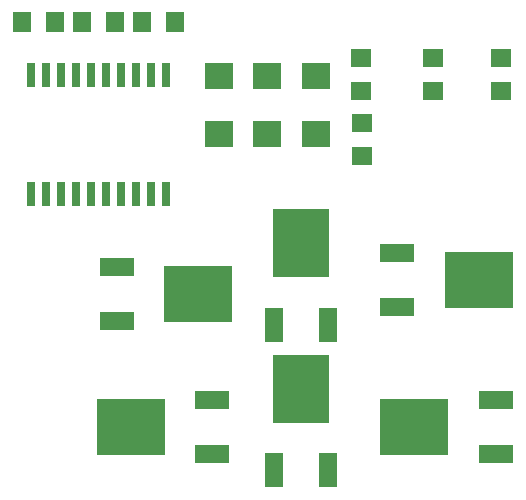
<source format=gtp>
G75*
G70*
%OFA0B0*%
%FSLAX24Y24*%
%IPPOS*%
%LPD*%
%AMOC8*
5,1,8,0,0,1.08239X$1,22.5*
%
%ADD10R,0.0709X0.0630*%
%ADD11R,0.1181X0.0630*%
%ADD12R,0.2250X0.1900*%
%ADD13R,0.0630X0.1181*%
%ADD14R,0.1900X0.2250*%
%ADD15R,0.0260X0.0800*%
%ADD16R,0.0630X0.0709*%
%ADD17R,0.0945X0.0866*%
D10*
X013620Y011899D03*
X013620Y013001D03*
X013600Y014049D03*
X013600Y015151D03*
X016000Y015151D03*
X016000Y014049D03*
X018250Y014049D03*
X018250Y015151D03*
D11*
X014809Y008648D03*
X014809Y006852D03*
X018091Y003748D03*
X018091Y001952D03*
X008641Y001952D03*
X008641Y003748D03*
X005459Y006402D03*
X005459Y008198D03*
D12*
X005925Y002850D03*
X008175Y007300D03*
X015375Y002850D03*
X017525Y007750D03*
D13*
X012498Y006259D03*
X010702Y006259D03*
X010702Y001409D03*
X012498Y001409D03*
D14*
X011600Y004125D03*
X011600Y008975D03*
D15*
X007100Y010620D03*
X006600Y010620D03*
X006100Y010620D03*
X005600Y010620D03*
X005100Y010620D03*
X004600Y010620D03*
X004100Y010620D03*
X003600Y010620D03*
X003100Y010620D03*
X002600Y010620D03*
X002600Y014580D03*
X003100Y014580D03*
X003600Y014580D03*
X004100Y014580D03*
X004600Y014580D03*
X005100Y014580D03*
X005600Y014580D03*
X006100Y014580D03*
X006600Y014580D03*
X007100Y014580D03*
D16*
X007401Y016350D03*
X006299Y016350D03*
X005401Y016350D03*
X004299Y016350D03*
X003401Y016350D03*
X002299Y016350D03*
D17*
X008850Y014566D03*
X010450Y014566D03*
X012100Y014566D03*
X012100Y012634D03*
X010450Y012634D03*
X008850Y012634D03*
M02*

</source>
